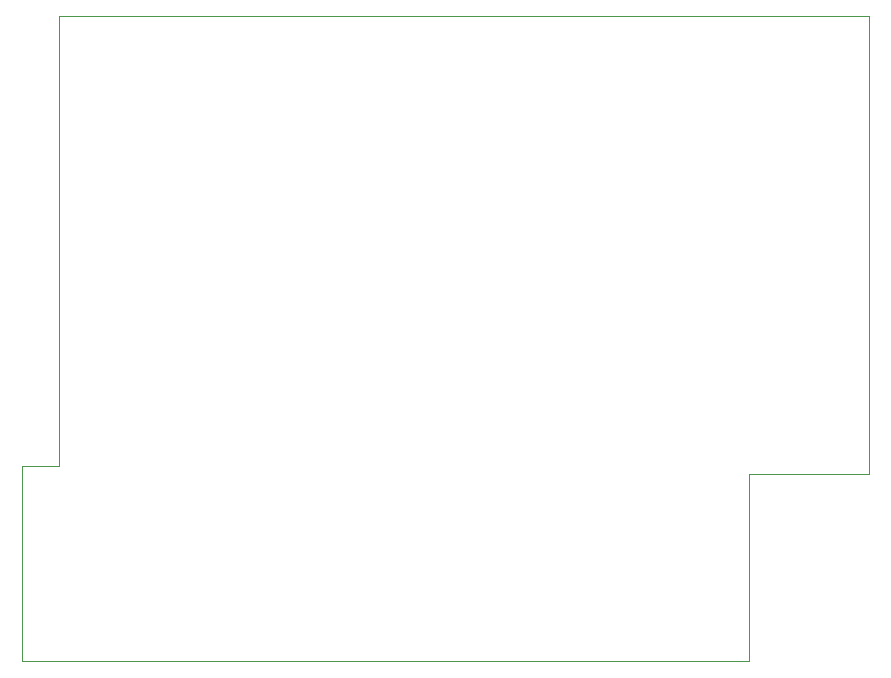
<source format=gbr>
G04 #@! TF.FileFunction,Profile,NP*
%FSLAX46Y46*%
G04 Gerber Fmt 4.6, Leading zero omitted, Abs format (unit mm)*
G04 Created by KiCad (PCBNEW (2015-05-23 BZR 5679)-product) date Wednesday, May 27, 2015 'PMt' 12:22:29 PM*
%MOMM*%
G01*
G04 APERTURE LIST*
%ADD10C,0.100000*%
G04 APERTURE END LIST*
D10*
X211455000Y-85725000D02*
X142875000Y-85725000D01*
X211455000Y-124460000D02*
X211455000Y-85725000D01*
X201295000Y-124460000D02*
X211455000Y-124460000D01*
X201295000Y-140335000D02*
X201295000Y-124460000D01*
X139700000Y-140335000D02*
X201295000Y-140335000D01*
X139700000Y-123825000D02*
X139700000Y-140335000D01*
X142875000Y-123825000D02*
X139700000Y-123825000D01*
X142875000Y-85725000D02*
X142875000Y-123825000D01*
M02*

</source>
